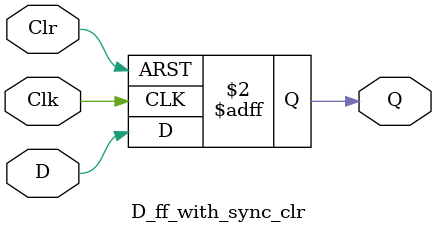
<source format=v>
module D_ff_with_sync_clr (Clk, D, Q, Clr);
  input Clk, D, Clr;
  output reg Q;
  always @ ( posedge Clk or posedge Clr)
	 if (Clr)
	 begin
		Q <= 1'b0;
	 end else
	 begin
		Q <= D;
	 end
endmodule
</source>
